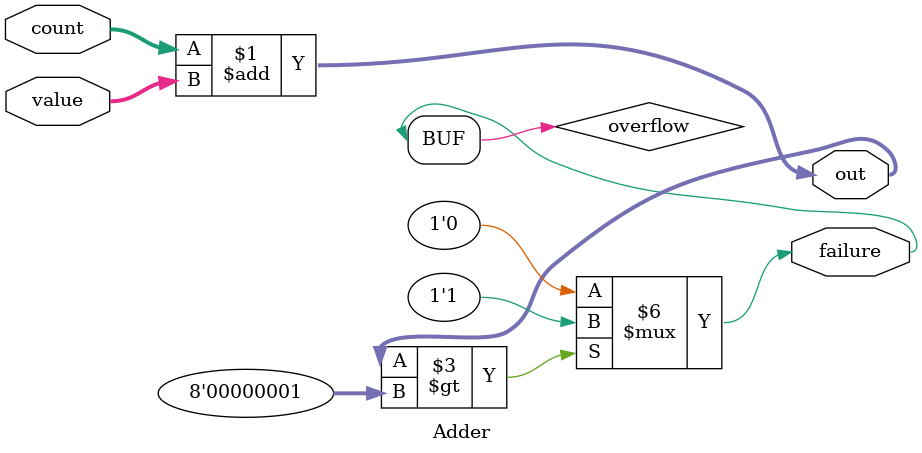
<source format=v>
module Adder( //Somador
    input [7:0] count, 
    input [7:0] value,
    output [7:0] out,
    output failure
);
    assign out = count + value;
    reg overflow = 0;
    assign failure = overflow;
    always @(out) begin        
        if(out > 8'b1)
            overflow <= 1'b1;
        else begin
            overflow <=1'b0;
        end
    end
endmodule

</source>
